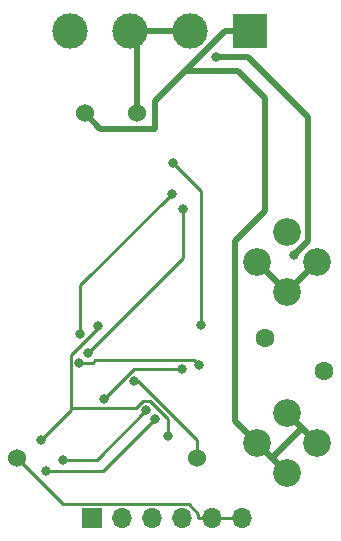
<source format=gbr>
G04 #@! TF.GenerationSoftware,KiCad,Pcbnew,(5.0.1)-4*
G04 #@! TF.CreationDate,2019-02-11T11:38:27+01:00*
G04 #@! TF.ProjectId,MyWallSwitch,4D7957616C6C5377697463682E6B6963,1*
G04 #@! TF.SameCoordinates,Original*
G04 #@! TF.FileFunction,Copper,L2,Bot,Signal*
G04 #@! TF.FilePolarity,Positive*
%FSLAX46Y46*%
G04 Gerber Fmt 4.6, Leading zero omitted, Abs format (unit mm)*
G04 Created by KiCad (PCBNEW (5.0.1)-4) date 11.02.2019 11:38:27*
%MOMM*%
%LPD*%
G01*
G04 APERTURE LIST*
G04 #@! TA.AperFunction,ComponentPad*
%ADD10C,3.000000*%
G04 #@! TD*
G04 #@! TA.AperFunction,ComponentPad*
%ADD11R,3.000000X3.000000*%
G04 #@! TD*
G04 #@! TA.AperFunction,ComponentPad*
%ADD12C,2.350000*%
G04 #@! TD*
G04 #@! TA.AperFunction,ComponentPad*
%ADD13O,1.700000X1.700000*%
G04 #@! TD*
G04 #@! TA.AperFunction,ComponentPad*
%ADD14R,1.700000X1.700000*%
G04 #@! TD*
G04 #@! TA.AperFunction,ComponentPad*
%ADD15C,1.524000*%
G04 #@! TD*
G04 #@! TA.AperFunction,ComponentPad*
%ADD16C,1.600000*%
G04 #@! TD*
G04 #@! TA.AperFunction,ViaPad*
%ADD17C,0.800000*%
G04 #@! TD*
G04 #@! TA.AperFunction,Conductor*
%ADD18C,0.250000*%
G04 #@! TD*
G04 #@! TA.AperFunction,Conductor*
%ADD19C,0.500000*%
G04 #@! TD*
G04 APERTURE END LIST*
D10*
G04 #@! TO.P,J1,4*
G04 #@! TO.N,L_OUT*
X131445000Y-76835000D03*
D11*
G04 #@! TO.P,J1,1*
G04 #@! TO.N,Net-(F1-Pad1)*
X146685000Y-76835000D03*
D10*
G04 #@! TO.P,J1,3*
G04 #@! TO.N,Net-(J1-Pad2)*
X136525000Y-76835000D03*
G04 #@! TO.P,J1,2*
X141605000Y-76835000D03*
G04 #@! TD*
D12*
G04 #@! TO.P,F1,2*
G04 #@! TO.N,L_IN*
X149860000Y-98980000D03*
X149860000Y-93900000D03*
G04 #@! TO.P,F1,1*
G04 #@! TO.N,Net-(F1-Pad1)*
X149860000Y-109220000D03*
X149860000Y-114300000D03*
G04 #@! TO.P,F1,2*
G04 #@! TO.N,L_IN*
X152400000Y-96440000D03*
X147320000Y-96440000D03*
G04 #@! TO.P,F1,1*
G04 #@! TO.N,Net-(F1-Pad1)*
X152400000Y-111760000D03*
X147320000Y-111760000D03*
G04 #@! TD*
D13*
G04 #@! TO.P,J2,6*
G04 #@! TO.N,GND*
X146050000Y-118110000D03*
G04 #@! TO.P,J2,5*
X143510000Y-118110000D03*
G04 #@! TO.P,J2,4*
G04 #@! TO.N,VCC*
X140970000Y-118110000D03*
G04 #@! TO.P,J2,3*
G04 #@! TO.N,Net-(J2-Pad3)*
X138430000Y-118110000D03*
G04 #@! TO.P,J2,2*
G04 #@! TO.N,Net-(J2-Pad2)*
X135890000Y-118110000D03*
D14*
G04 #@! TO.P,J2,1*
G04 #@! TO.N,Net-(C4-Pad1)*
X133350000Y-118110000D03*
G04 #@! TD*
D15*
G04 #@! TO.P,U1,1*
G04 #@! TO.N,Net-(F1-Pad1)*
X132715000Y-83820000D03*
G04 #@! TO.P,U1,2*
G04 #@! TO.N,Net-(J1-Pad2)*
X137160000Y-83820000D03*
G04 #@! TO.P,U1,3*
G04 #@! TO.N,GND*
X127000000Y-113030000D03*
G04 #@! TO.P,U1,4*
G04 #@! TO.N,VCC*
X142240000Y-113030000D03*
G04 #@! TD*
D16*
G04 #@! TO.P,RV1,2*
G04 #@! TO.N,Net-(J1-Pad2)*
X152955000Y-105670000D03*
G04 #@! TO.P,RV1,1*
G04 #@! TO.N,Net-(F1-Pad1)*
X147955000Y-102870000D03*
G04 #@! TD*
D17*
G04 #@! TO.N,Net-(C1-Pad1)*
X134346800Y-108045300D03*
X140935800Y-105490500D03*
G04 #@! TO.N,VCC*
X136920100Y-106497700D03*
G04 #@! TO.N,Net-(C3-Pad2)*
X129060500Y-111475300D03*
X139780600Y-111181700D03*
X133823400Y-101870400D03*
G04 #@! TO.N,Net-(C5-Pad1)*
X132272300Y-104945300D03*
X142413100Y-105189100D03*
G04 #@! TO.N,Net-(J1-Pad2)*
X143822500Y-79052500D03*
X150427700Y-95872200D03*
G04 #@! TO.N,Net-(J3-Pad3)*
X141059800Y-91936300D03*
X133001800Y-104114100D03*
G04 #@! TO.N,Net-(J3-Pad1)*
X140090800Y-90657800D03*
X132345600Y-102504400D03*
G04 #@! TO.N,Net-(R1-Pad2)*
X140229800Y-88074700D03*
X142583400Y-101802800D03*
G04 #@! TO.N,Net-(U2-Pad8)*
X137934100Y-108958700D03*
X130856400Y-113153700D03*
G04 #@! TO.N,Net-(U2-Pad7)*
X138674600Y-109702600D03*
X129407700Y-114096400D03*
G04 #@! TD*
D18*
G04 #@! TO.N,Net-(C1-Pad1)*
X140935800Y-105490500D02*
X136901600Y-105490500D01*
X136901600Y-105490500D02*
X134346800Y-108045300D01*
G04 #@! TO.N,GND*
X143510000Y-118110000D02*
X142334700Y-118110000D01*
X127000000Y-113030000D02*
X130904700Y-116934700D01*
X130904700Y-116934700D02*
X141526800Y-116934700D01*
X141526800Y-116934700D02*
X142334700Y-117742600D01*
X142334700Y-117742600D02*
X142334700Y-118110000D01*
X143510000Y-118110000D02*
X146050000Y-118110000D01*
G04 #@! TO.N,VCC*
X142240000Y-113030000D02*
X142240000Y-111490700D01*
X142240000Y-111490700D02*
X137247000Y-106497700D01*
X137247000Y-106497700D02*
X136920100Y-106497700D01*
G04 #@! TO.N,Net-(C3-Pad2)*
X131547100Y-108788300D02*
X131547100Y-108988700D01*
X131547100Y-108988700D02*
X129060500Y-111475300D01*
X131547100Y-108788300D02*
X131531500Y-108772700D01*
X131531500Y-108772700D02*
X131531500Y-104344300D01*
X131531500Y-104344300D02*
X133823400Y-102052400D01*
X133823400Y-102052400D02*
X133823400Y-101870400D01*
X139780600Y-111181700D02*
X139780600Y-109745000D01*
X139780600Y-109745000D02*
X138269000Y-108233400D01*
X138269000Y-108233400D02*
X137633600Y-108233400D01*
X137633600Y-108233400D02*
X137078700Y-108788300D01*
X137078700Y-108788300D02*
X131547100Y-108788300D01*
G04 #@! TO.N,Net-(C5-Pad1)*
X132272300Y-104945300D02*
X133411100Y-104945300D01*
X133411100Y-104945300D02*
X133634500Y-104721900D01*
X133634500Y-104721900D02*
X141945900Y-104721900D01*
X141945900Y-104721900D02*
X142413100Y-105189100D01*
D19*
G04 #@! TO.N,Net-(F1-Pad1)*
X151130000Y-110490000D02*
X149860000Y-109220000D01*
X152400000Y-111760000D02*
X151130000Y-110490000D01*
X148590000Y-113030000D02*
X147320000Y-111760000D01*
X149860000Y-114300000D02*
X148590000Y-113030000D01*
X151130000Y-110490000D02*
X148590000Y-113030000D01*
X138658000Y-85158900D02*
X134053900Y-85158900D01*
X134053900Y-85158900D02*
X132715000Y-83820000D01*
X144634700Y-76835000D02*
X141214850Y-80254850D01*
X141214850Y-80254850D02*
X138658000Y-82811700D01*
X138658000Y-82811700D02*
X138658000Y-85158900D01*
X146685000Y-76835000D02*
X144634700Y-76835000D01*
X141214850Y-80254850D02*
X145659850Y-80254850D01*
X145415000Y-109855000D02*
X147320000Y-111760000D01*
X145415000Y-94615000D02*
X145415000Y-109855000D01*
X147955000Y-92075000D02*
X145415000Y-94615000D01*
X147955000Y-82550000D02*
X147955000Y-92075000D01*
X145659850Y-80254850D02*
X147955000Y-82550000D01*
G04 #@! TO.N,L_IN*
X152400000Y-96440000D02*
X149860000Y-98980000D01*
X147320000Y-96440000D02*
X149860000Y-98980000D01*
G04 #@! TO.N,Net-(J1-Pad2)*
X150427700Y-95872200D02*
X151651500Y-94648400D01*
X151651500Y-94648400D02*
X151651500Y-84189400D01*
X151651500Y-84189400D02*
X146514600Y-79052500D01*
X146514600Y-79052500D02*
X143822500Y-79052500D01*
X137160000Y-76835000D02*
X136525000Y-76835000D01*
X141605000Y-76835000D02*
X137160000Y-76835000D01*
X137160000Y-76835000D02*
X137160000Y-83820000D01*
D18*
G04 #@! TO.N,Net-(J3-Pad3)*
X141059800Y-91936300D02*
X141059800Y-96056100D01*
X141059800Y-96056100D02*
X133001800Y-104114100D01*
G04 #@! TO.N,Net-(J3-Pad1)*
X132345600Y-102504400D02*
X132345600Y-98403000D01*
X132345600Y-98403000D02*
X140090800Y-90657800D01*
G04 #@! TO.N,Net-(R1-Pad2)*
X142583400Y-101802800D02*
X142583400Y-90428300D01*
X142583400Y-90428300D02*
X140229800Y-88074700D01*
G04 #@! TO.N,Net-(U2-Pad8)*
X130856400Y-113153700D02*
X133739100Y-113153700D01*
X133739100Y-113153700D02*
X137934100Y-108958700D01*
G04 #@! TO.N,Net-(U2-Pad7)*
X129407700Y-114096400D02*
X134280800Y-114096400D01*
X134280800Y-114096400D02*
X138674600Y-109702600D01*
G04 #@! TD*
M02*

</source>
